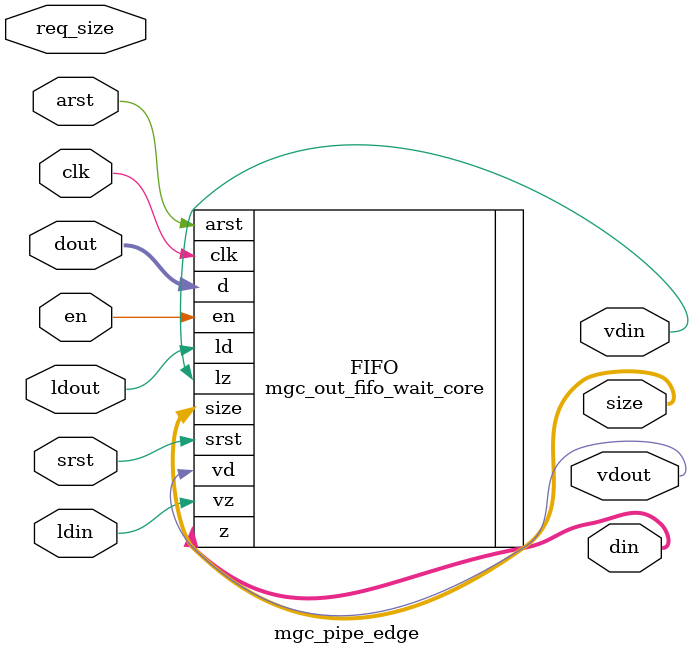
<source format=v>

module mgc_out_reg_pos_edge (clk, en, arst, srst, ld, d, lz, z);

    parameter integer rscid   = 1;
    parameter integer width   = 8;
    parameter         ph_en   =  1'b1;
    parameter         ph_arst =  1'b1;
    parameter         ph_srst =  1'b1;

    input              clk;
    input              en;
    input              arst;
    input              srst;
    input              ld;
    input  [width-1:0] d;
    output             lz;
    output [width-1:0] z;

    reg                lz;
    reg    [width-1:0] z;

    generate
    if (ph_arst == 1'b0)
    begin: NEG_ARST
        always @(posedge clk or negedge arst)
        if (arst == 1'b0)
        begin: B1
            lz <= 1'b0;
            z  <= {width{1'b0}};
        end
        else if (srst == ph_srst)
        begin: B2
            lz <= 1'b0;
            z  <= {width{1'b0}};
        end
        else if (en == ph_en)
        begin: B3
            lz <= ld;
            z  <= (ld) ? d : z;
        end
    end
    else
    begin: POS_ARST
        always @(posedge clk or posedge arst)
        if (arst == 1'b1)
        begin: B1
            lz <= 1'b0;
            z  <= {width{1'b0}};
        end
        else if (srst == ph_srst)
        begin: B2
            lz <= 1'b0;
            z  <= {width{1'b0}};
        end
        else if (en == ph_en)
        begin: B3
            lz <= ld;
            z  <= (ld) ? d : z;
        end
    end
    endgenerate

endmodule

//------------------------------------------------------------------

module mgc_out_reg_neg_edge (clk, en, arst, srst, ld, d, lz, z);

    parameter integer rscid   = 1;
    parameter integer width   = 8;
    parameter         ph_en   =  1'b1;
    parameter         ph_arst =  1'b1;
    parameter         ph_srst =  1'b1;

    input              clk;
    input              en;
    input              arst;
    input              srst;
    input              ld;
    input  [width-1:0] d;
    output             lz;
    output [width-1:0] z;

    reg                lz;
    reg    [width-1:0] z;

    generate
    if (ph_arst == 1'b0)
    begin: NEG_ARST
        always @(negedge clk or negedge arst)
        if (arst == 1'b0)
        begin: B1
            lz <= 1'b0;
            z  <= {width{1'b0}};
        end
        else if (srst == ph_srst)
        begin: B2
            lz <= 1'b0;
            z  <= {width{1'b0}};
        end
        else if (en == ph_en)
        begin: B3
            lz <= ld;
            z  <= (ld) ? d : z;
        end
    end
    else
    begin: POS_ARST
        always @(negedge clk or posedge arst)
        if (arst == 1'b1)
        begin: B1
            lz <= 1'b0;
            z  <= {width{1'b0}};
        end
        else if (srst == ph_srst)
        begin: B2
            lz <= 1'b0;
            z  <= {width{1'b0}};
        end
        else if (en == ph_en)
        begin: B3
            lz <= ld;
            z  <= (ld) ? d : z;
        end
    end
    endgenerate

endmodule

//------------------------------------------------------------------

module mgc_out_reg_edge (clk, en, arst, srst, ld, d, lz, z); // Not Supported

    parameter integer rscid   = 1;
    parameter integer width   = 8;
    parameter         ph_clk  =  1'b1;
    parameter         ph_en   =  1'b1;
    parameter         ph_arst =  1'b1;
    parameter         ph_srst =  1'b1;

    input              clk;
    input              en;
    input              arst;
    input              srst;
    input              ld;
    input  [width-1:0] d;
    output             lz;
    output [width-1:0] z;


    generate
    if (ph_clk == 1'b0)
    begin: NEG_EDGE

        mgc_out_reg_neg
        #(
            .rscid   (rscid),
            .width   (width),
            .ph_en   (ph_en),
            .ph_arst (ph_arst),
            .ph_srst (ph_srst)
        )
        mgc_out_reg_neg_inst
        (
            .clk     (clk),
            .en      (en),
            .arst    (arst),
            .srst    (srst),
            .ld      (ld),
            .d       (d),
            .lz      (lz),
            .z       (z)
        );

    end
    else
    begin: POS_EDGE

        mgc_out_reg_pos
        #(
            .rscid   (rscid),
            .width   (width),
            .ph_en   (ph_en),
            .ph_arst (ph_arst),
            .ph_srst (ph_srst)
        )
        mgc_out_reg_pos_inst
        (
            .clk     (clk),
            .en      (en),
            .arst    (arst),
            .srst    (srst),
            .ld      (ld),
            .d       (d),
            .lz      (lz),
            .z       (z)
        );

    end
    endgenerate

endmodule




//------------------------------------------------------------------

module mgc_out_buf_wait_edge (clk, en, arst, srst, ld, vd, d, vz, lz, z); // Not supported

    parameter integer rscid   = 1;
    parameter integer width   = 8;
    parameter         ph_clk  =  1'b1;
    parameter         ph_en   =  1'b1;
    parameter         ph_arst =  1'b1;
    parameter         ph_srst =  1'b1;

    input              clk;
    input              en;
    input              arst;
    input              srst;
    input              ld;
    output             vd;
    input  [width-1:0] d;
    output             lz;
    input              vz;
    output [width-1:0] z;

    wire               filled;
    wire               filled_next;
    wire   [width-1:0] abuf;
    wire               lbuf;


    assign filled_next = (filled & (~vz)) | (filled & ld) | (ld & (~vz));

    assign lbuf = ld & ~(filled ^ vz);

    assign vd = vz | ~filled;

    assign lz = ld | filled;

    assign z = (filled) ? abuf : d;

    wire dummy;
    wire dummy_bufreg_lz;

    // Output registers:
    mgc_out_reg
    #(
        .rscid   (rscid),
        .width   (1'b1),
        .ph_clk  (ph_clk),
        .ph_en   (ph_en),
        .ph_arst (ph_arst),
        .ph_srst (ph_srst)
    )
    STATREG
    (
        .clk     (clk),
        .en      (en),
        .arst    (arst),
        .srst    (srst),
        .ld      (filled_next),
        .d       (1'b0),       // input d is unused
        .lz      (filled),
        .z       (dummy)            // output z is unused
    );

    mgc_out_reg
    #(
        .rscid   (rscid),
        .width   (width),
        .ph_clk  (ph_clk),
        .ph_en   (ph_en),
        .ph_arst (ph_arst),
        .ph_srst (ph_srst)
    )
    BUFREG
    (
        .clk     (clk),
        .en      (en),
        .arst    (arst),
        .srst    (srst),
        .ld      (lbuf),
        .d       (d),
        .lz      (dummy_bufreg_lz),
        .z       (abuf)
    );

endmodule

//------------------------------------------------------------------

module mgc_out_fifo_wait_edge (clk, en, arst, srst, ld, vd, d, lz, vz,  z);

    parameter integer rscid   = 0; // resource ID
    parameter integer width   = 8; // fifo width
    parameter integer fifo_sz = 8; // fifo depth
    parameter         ph_clk  = 1'b1; // clock polarity 1=rising edge, 0=falling edge
    parameter         ph_en   = 1'b1; // clock enable polarity
    parameter         ph_arst = 1'b1; // async reset polarity
    parameter         ph_srst = 1'b1; // sync reset polarity
    parameter integer ph_log2 = 3; // log2(fifo_sz)
    parameter integer pwropt  = 0; // pwropt


    input                 clk;
    input                 en;
    input                 arst;
    input                 srst;
    input                 ld;    // load data
    output                vd;    // fifo full active low
    input     [width-1:0] d;
    output                lz;    // fifo ready to send
    input                 vz;    // dest ready for data
    output    [width-1:0] z;

    wire    [31:0]      size;


      // Output registers:
 mgc_out_fifo_wait_core#(
        .rscid   (rscid),
        .width   (width),
        .sz_width (32),
        .fifo_sz (fifo_sz),
        .ph_clk  (ph_clk),
        .ph_en   (ph_en),
        .ph_arst (ph_arst),
        .ph_srst (ph_srst),
        .ph_log2 (ph_log2),
        .pwropt  (pwropt)
        ) CORE (
        .clk (clk),
        .en (en),
        .arst (arst),
        .srst (srst),
        .ld (ld),
        .vd (vd),
        .d (d),
        .lz (lz),
        .vz (vz),
        .z (z),
        .size (size)
        );

endmodule



module mgc_out_fifo_wait_core_edge (clk, en, arst, srst, ld, vd, d, lz, vz,  z, size);

    parameter integer rscid   = 0; // resource ID
    parameter integer width   = 8; // fifo width
    parameter integer sz_width = 8; // size of port for elements in fifo
    parameter integer fifo_sz = 8; // fifo depth
    parameter         ph_clk  =  1'b1; // clock polarity 1=rising edge, 0=falling edge
    parameter         ph_en   =  1'b1; // clock enable polarity
    parameter         ph_arst =  1'b1; // async reset polarity
    parameter         ph_srst =  1'b1; // sync reset polarity
    parameter integer ph_log2 = 3; // log2(fifo_sz)
    parameter integer pwropt  = 0; // pwropt

   localparam integer  fifo_b = width * fifo_sz;

    input                 clk;
    input                 en;
    input                 arst;
    input                 srst;
    input                 ld;    // load data
    output                vd;    // fifo full active low
    input     [width-1:0] d;
    output                lz;    // fifo ready to send
    input                 vz;    // dest ready for data
    output    [width-1:0] z;
    output    [sz_width-1:0]      size;

    reg      [( (fifo_sz > 0) ? fifo_sz : 1)-1:0] stat_pre;
    wire     [( (fifo_sz > 0) ? fifo_sz : 1)-1:0] stat;
    reg      [( (fifo_b > 0) ? fifo_b : 1)-1:0] buff_pre;
    wire     [( (fifo_b > 0) ? fifo_b : 1)-1:0] buff;
    reg      [( (fifo_sz > 0) ? fifo_sz : 1)-1:0] en_l;
    reg      [(((fifo_sz > 0) ? fifo_sz : 1)-1)/8:0] en_l_s;

    reg       [width-1:0] buff_nxt;

    reg                   stat_nxt;
    reg                   stat_before;
    reg                   stat_after;
    reg                   en_l_var;

    integer               i;
    genvar                eni;

    wire [32:0]           size_t;
    reg [31:0]            count;
    reg [31:0]            count_t;
    reg [32:0]            n_elem;
// pragma translate_off
    reg [31:0]            peak;
// pragma translate_on

    wire [( (fifo_sz > 0) ? fifo_sz : 1)-1:0] dummy_statreg_lz;
    wire [( (fifo_b > 0) ? fifo_b : 1)-1:0] dummy_bufreg_lz;

    generate
    if ( fifo_sz > 0 )
    begin: FIFO_REG
      assign vd = vz | ~stat[0];
      assign lz = ld | stat[fifo_sz-1];
      assign size_t = (count - (vz && stat[fifo_sz-1])) + ld;
      assign size = size_t[sz_width-1:0];
      assign z = (stat[fifo_sz-1]) ? buff[fifo_b-1:width*(fifo_sz-1)] : d;

      always @(*)
      begin: FIFOPROC
        n_elem = 33'b0;
        for (i = fifo_sz-1; i >= 0; i = i - 1)
        begin
          if (i != 0)
            stat_before = stat[i-1];
          else
            stat_before = 1'b0;

          if (i != (fifo_sz-1))
            stat_after = stat[i+1];
          else
            stat_after = 1'b1;

          stat_nxt = stat_after &
                    (stat_before | (stat[i] & (~vz)) | (stat[i] & ld) | (ld & (~vz)));

          stat_pre[i] = stat_nxt;
          en_l_var = 1'b1;
          if (!stat_nxt)
            begin
              buff_nxt = {width{1'b0}};
              en_l_var = 1'b0;
            end
          else if (vz && stat_before)
            buff_nxt[0+:width] = buff[width*(i-1)+:width];
          else if (ld && !((vz && stat_before) || ((!vz) && stat[i])))
            buff_nxt = d;
          else
            begin
              if (pwropt == 0)
                buff_nxt[0+:width] = buff[width*i+:width];
              else
                buff_nxt = {width{1'b0}};
              en_l_var = 1'b0;
            end

          if (ph_en != 0)
            en_l[i] = en & en_l_var;
          else
            en_l[i] = en | ~en_l_var;

          buff_pre[width*i+:width] = buff_nxt[0+:width];

          if ((stat_after == 1'b1) && (stat[i] == 1'b0))
            n_elem = ($unsigned(fifo_sz) - 1) - i;
        end

        if (ph_en != 0)
          en_l_s[(((fifo_sz > 0) ? fifo_sz : 1)-1)/8] = 1'b1;
        else
          en_l_s[(((fifo_sz > 0) ? fifo_sz : 1)-1)/8] = 1'b0;

        for (i = fifo_sz-1; i >= 7; i = i - 1)
        begin
          if ((i%'d2) == 0)
          begin
            if (ph_en != 0)
              en_l_s[(i/8)-1] = en & (stat[i]|stat_pre[i-1]);
            else
              en_l_s[(i/8)-1] = en | ~(stat[i]|stat_pre[i-1]);
          end
        end

        if ( stat[fifo_sz-1] == 1'b0 )
          count_t = 32'b0;
        else if ( stat[0] == 1'b1 )
          count_t = { {(32-ph_log2){1'b0}}, fifo_sz};
        else
          count_t = n_elem[31:0];
        count = count_t;
// pragma translate_off
        if ( peak < count )
          peak = count;
// pragma translate_on
      end

      if (pwropt == 0)
      begin: NOCGFIFO
        // Output registers:
        mgc_out_reg
        #(
            .rscid   (rscid),
            .width   (fifo_sz),
            .ph_clk  (ph_clk),
            .ph_en   (ph_en),
            .ph_arst (ph_arst),
            .ph_srst (ph_srst)
        )
        STATREG
        (
            .clk     (clk),
            .en      (en),
            .arst    (arst),
            .srst    (srst),
            .ld      (1'b1),
            .d       (stat_pre),
            .lz      (dummy_statreg_lz[0]),
            .z       (stat)
        );
        mgc_out_reg
        #(
            .rscid   (rscid),
            .width   (fifo_b),
            .ph_clk  (ph_clk),
            .ph_en   (ph_en),
            .ph_arst (ph_arst),
            .ph_srst (ph_srst)
        )
        BUFREG
        (
            .clk     (clk),
            .en      (en),
            .arst    (arst),
            .srst    (srst),
            .ld      (1'b1),
            .d       (buff_pre),
            .lz      (dummy_bufreg_lz[0]),
            .z       (buff)
        );
      end
      else
      begin: CGFIFO
        // Output registers:
        if ( pwropt > 1)
        begin: CGSTATFIFO2
          for (eni = fifo_sz-1; eni >= 0; eni = eni - 1)
          begin: pwroptGEN1
            mgc_out_reg
            #(
              .rscid   (rscid),
              .width   (1),
              .ph_clk  (ph_clk),
              .ph_en   (ph_en),
              .ph_arst (ph_arst),
              .ph_srst (ph_srst)
            )
            STATREG
            (
              .clk     (clk),
              .en      (en_l_s[eni/8]),
              .arst    (arst),
              .srst    (srst),
              .ld      (1'b1),
              .d       (stat_pre[eni]),
              .lz      (dummy_statreg_lz[eni]),
              .z       (stat[eni])
            );
          end
        end
        else
        begin: CGSTATFIFO
          mgc_out_reg
          #(
            .rscid   (rscid),
            .width   (fifo_sz),
            .ph_clk  (ph_clk),
            .ph_en   (ph_en),
            .ph_arst (ph_arst),
            .ph_srst (ph_srst)
          )
          STATREG
          (
            .clk     (clk),
            .en      (en),
            .arst    (arst),
            .srst    (srst),
            .ld      (1'b1),
            .d       (stat_pre),
            .lz      (dummy_statreg_lz[0]),
            .z       (stat)
          );
        end
        for (eni = fifo_sz-1; eni >= 0; eni = eni - 1)
        begin: pwroptGEN2
          mgc_out_reg
          #(
            .rscid   (rscid),
            .width   (width),
            .ph_clk  (ph_clk),
            .ph_en   (ph_en),
            .ph_arst (ph_arst),
            .ph_srst (ph_srst)
          )
          BUFREG
          (
            .clk     (clk),
            .en      (en_l[eni]),
            .arst    (arst),
            .srst    (srst),
            .ld      (1'b1),
            .d       (buff_pre[width*eni+:width]),
            .lz      (dummy_bufreg_lz[eni]),
            .z       (buff[width*eni+:width])
          );
        end
      end
    end
    else
    begin: FEED_THRU
      assign vd = vz;
      assign lz = ld;
      assign z = d;
      assign size = ld && !vz;
    end
    endgenerate

endmodule

//------------------------------------------------------------------
//-- PIPE ENTITIES
//------------------------------------------------------------------
/*
 *
 *             _______________________________________________
 * WRITER    |                                               |          READER
 *           |           MGC_PIPE                            |
 *           |           __________________________          |
 *        --<| vdout  --<| vd ---------------  vz<|-----ldin<|---
 *           |           |      FIFO              |          |
 *        ---|>ldout  ---|>ld ---------------- lz |> ---vdin |>--
 *        ---|>dout -----|>d  ---------------- dz |> ----din |>--
 *           |           |________________________|          |
 *           |_______________________________________________|
 */
// two clock pipe
module mgc_pipe_edge (clk, en, arst, srst, ldin, vdin, din, ldout, vdout, dout, size, req_size);

    parameter integer rscid   = 0; // resource ID
    parameter integer width   = 8; // fifo width
    parameter integer sz_width = 8; // width of size of elements in fifo
    parameter integer fifo_sz = 8; // fifo depth
    parameter integer log2_sz = 3; // log2(fifo_sz)
    parameter         ph_clk  = 1'b1;  // clock polarity 1=rising edge, 0=falling edge
    parameter         ph_en   = 1'b1;  // clock enable polarity
    parameter         ph_arst = 1'b1;  // async reset polarity
    parameter         ph_srst = 1'b1;  // sync reset polarity
    parameter integer pwropt  = 0; // pwropt

    input              clk;
    input              en;
    input              arst;
    input              srst;
    input              ldin;
    output             vdin;
    output [width-1:0] din;
    input              ldout;
    output             vdout;
    input  [width-1:0] dout;
    output [sz_width-1:0]      size;
    input              req_size;


    mgc_out_fifo_wait_core
    #(
        .rscid    (rscid),
        .width    (width),
        .sz_width (sz_width),
        .fifo_sz  (fifo_sz),
        .ph_clk   (ph_clk),
        .ph_en    (ph_en),
        .ph_arst  (ph_arst),
        .ph_srst  (ph_srst),
        .ph_log2  (log2_sz),
        .pwropt   (pwropt)
    )
    FIFO
    (
        .clk     (clk),
        .en      (en),
        .arst    (arst),
        .srst    (srst),
        .ld      (ldout),
        .vd      (vdout),
        .d       (dout),
        .lz      (vdin),
        .vz      (ldin),
        .z       (din),
        .size    (size)
    );

endmodule


</source>
